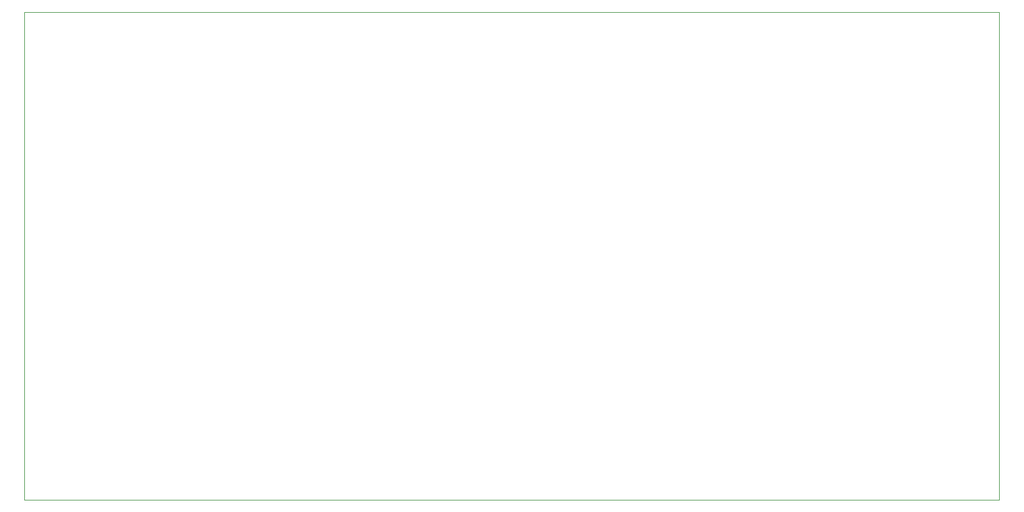
<source format=gbr>
%TF.GenerationSoftware,KiCad,Pcbnew,9.0.0*%
%TF.CreationDate,2025-03-11T14:00:59-06:00*%
%TF.ProjectId,Solenoid Breakout Board,536f6c65-6e6f-4696-9420-427265616b6f,rev?*%
%TF.SameCoordinates,Original*%
%TF.FileFunction,Profile,NP*%
%FSLAX46Y46*%
G04 Gerber Fmt 4.6, Leading zero omitted, Abs format (unit mm)*
G04 Created by KiCad (PCBNEW 9.0.0) date 2025-03-11 14:00:59*
%MOMM*%
%LPD*%
G01*
G04 APERTURE LIST*
%TA.AperFunction,Profile*%
%ADD10C,0.050000*%
%TD*%
G04 APERTURE END LIST*
D10*
X44450000Y-87630000D02*
X180340000Y-87630000D01*
X180340000Y-155575000D01*
X44450000Y-155575000D01*
X44450000Y-87630000D01*
M02*

</source>
